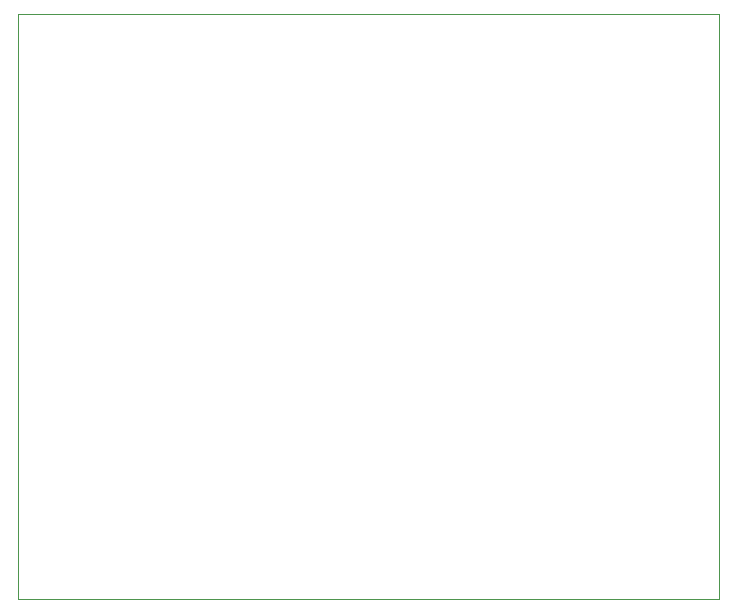
<source format=gbp>
G75*
%MOIN*%
%OFA0B0*%
%FSLAX25Y25*%
%IPPOS*%
%LPD*%
%AMOC8*
5,1,8,0,0,1.08239X$1,22.5*
%
%ADD10C,0.00000*%
D10*
X0001000Y0017069D02*
X0001000Y0212030D01*
X0234701Y0212030D01*
X0234701Y0017069D01*
X0001000Y0017069D01*
M02*

</source>
